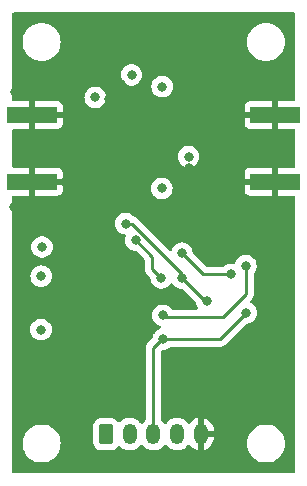
<source format=gbr>
%TF.GenerationSoftware,KiCad,Pcbnew,(6.0.1)*%
%TF.CreationDate,2022-02-11T18:20:56+00:00*%
%TF.ProjectId,PE4302,50453433-3032-42e6-9b69-6361645f7063,rev?*%
%TF.SameCoordinates,Original*%
%TF.FileFunction,Copper,L4,Bot*%
%TF.FilePolarity,Positive*%
%FSLAX46Y46*%
G04 Gerber Fmt 4.6, Leading zero omitted, Abs format (unit mm)*
G04 Created by KiCad (PCBNEW (6.0.1)) date 2022-02-11 18:20:56*
%MOMM*%
%LPD*%
G01*
G04 APERTURE LIST*
G04 Aperture macros list*
%AMRoundRect*
0 Rectangle with rounded corners*
0 $1 Rounding radius*
0 $2 $3 $4 $5 $6 $7 $8 $9 X,Y pos of 4 corners*
0 Add a 4 corners polygon primitive as box body*
4,1,4,$2,$3,$4,$5,$6,$7,$8,$9,$2,$3,0*
0 Add four circle primitives for the rounded corners*
1,1,$1+$1,$2,$3*
1,1,$1+$1,$4,$5*
1,1,$1+$1,$6,$7*
1,1,$1+$1,$8,$9*
0 Add four rect primitives between the rounded corners*
20,1,$1+$1,$2,$3,$4,$5,0*
20,1,$1+$1,$4,$5,$6,$7,0*
20,1,$1+$1,$6,$7,$8,$9,0*
20,1,$1+$1,$8,$9,$2,$3,0*%
G04 Aperture macros list end*
%TA.AperFunction,SMDPad,CuDef*%
%ADD10R,4.200000X1.350000*%
%TD*%
%TA.AperFunction,ComponentPad*%
%ADD11RoundRect,0.250000X-0.350000X-0.625000X0.350000X-0.625000X0.350000X0.625000X-0.350000X0.625000X0*%
%TD*%
%TA.AperFunction,ComponentPad*%
%ADD12O,1.200000X1.750000*%
%TD*%
%TA.AperFunction,ViaPad*%
%ADD13C,0.800000*%
%TD*%
%TA.AperFunction,Conductor*%
%ADD14C,0.293000*%
%TD*%
%TA.AperFunction,Conductor*%
%ADD15C,0.250000*%
%TD*%
G04 APERTURE END LIST*
D10*
%TO.P,J2,2,Ext*%
%TO.N,GND*%
X122800000Y-109175000D03*
X122800000Y-114825000D03*
%TD*%
D11*
%TO.P,J3,1,Pin_1*%
%TO.N,VDC*%
X108471200Y-136203600D03*
D12*
%TO.P,J3,2,Pin_2*%
%TO.N,Net-(J3-Pad2)*%
X110471200Y-136203600D03*
%TO.P,J3,3,Pin_3*%
%TO.N,Net-(J3-Pad3)*%
X112471200Y-136203600D03*
%TO.P,J3,4,Pin_4*%
%TO.N,Net-(J3-Pad4)*%
X114471200Y-136203600D03*
%TO.P,J3,5,Pin_5*%
%TO.N,GND*%
X116471200Y-136203600D03*
%TD*%
D10*
%TO.P,J1,2,Ext*%
%TO.N,GND*%
X102200000Y-114825000D03*
X102200000Y-109175000D03*
%TD*%
D13*
%TO.N,Net-(J3-Pad2)*%
X113263375Y-126155914D03*
X120294400Y-121945400D03*
%TO.N,Net-(J3-Pad3)*%
X113309400Y-128143000D03*
X120319800Y-125933200D03*
%TO.N,Net-(Q1-Pad2)*%
X110998000Y-119786400D03*
X113131600Y-122986800D03*
%TO.N,Net-(Q3-Pad2)*%
X114875414Y-120887910D03*
X119049800Y-122691400D03*
%TO.N,GND*%
X100761800Y-107238800D03*
X118897400Y-113411000D03*
X116408200Y-114681000D03*
X109702600Y-106553000D03*
X117424200Y-110667800D03*
X122199400Y-116535200D03*
X119684800Y-114782600D03*
X101930200Y-132130800D03*
X106095800Y-107797600D03*
X118338600Y-116560600D03*
X120345200Y-113157000D03*
X104089200Y-116967000D03*
X117017800Y-107848400D03*
X117398800Y-113487200D03*
X103936800Y-107213400D03*
X118795800Y-107492800D03*
X115646200Y-110871000D03*
X122301000Y-107416600D03*
X123875800Y-107391200D03*
X107721400Y-110591600D03*
X106908600Y-133096000D03*
X122885200Y-126009400D03*
X105740200Y-116205000D03*
X112039400Y-117754400D03*
X100685600Y-116941600D03*
X105232200Y-109194600D03*
X120345200Y-116560600D03*
X122783600Y-131876800D03*
X108686600Y-107797600D03*
X118897400Y-110744000D03*
X101676200Y-125196600D03*
X122834400Y-119735600D03*
X107975400Y-122707400D03*
X110134400Y-109601000D03*
X104876600Y-113309400D03*
X116357400Y-133299200D03*
X120675400Y-107442000D03*
X117779800Y-115290600D03*
X102311200Y-107238800D03*
X104800400Y-110845600D03*
X114604800Y-106603800D03*
X116459000Y-109448600D03*
X119684800Y-109220000D03*
X123952000Y-116535200D03*
X118059200Y-109169200D03*
X104978200Y-114858800D03*
X120345200Y-110769400D03*
X101295200Y-119837200D03*
X102362000Y-116967000D03*
X111607600Y-106527600D03*
X107670600Y-116535200D03*
X114445669Y-109809288D03*
X115469078Y-113716362D03*
X105537000Y-126390400D03*
X107670600Y-113411000D03*
%TO.N,VCC*%
X103032600Y-120360400D03*
X102946200Y-127355600D03*
X113174820Y-115401648D03*
X102971600Y-122834400D03*
X107543600Y-107696000D03*
X113207800Y-106781600D03*
X110617000Y-105791000D03*
X115443000Y-112717200D03*
%TO.N,Net-(Q2-Pad2)*%
X114858800Y-122986800D03*
X110109000Y-118389400D03*
X116967000Y-124968000D03*
%TD*%
D14*
%TO.N,Net-(J3-Pad2)*%
X120294400Y-121945400D02*
X120294400Y-124358400D01*
X120294400Y-124358400D02*
X118338600Y-126314200D01*
X118338600Y-126314200D02*
X113421661Y-126314200D01*
X113421661Y-126314200D02*
X113263375Y-126155914D01*
%TO.N,Net-(J3-Pad3)*%
X113309400Y-128143000D02*
X117983000Y-128143000D01*
X112471200Y-136203600D02*
X112471200Y-128905000D01*
X117983000Y-128143000D02*
X118110000Y-128143000D01*
X113233200Y-128143000D02*
X113309400Y-128143000D01*
X112471200Y-128905000D02*
X113233200Y-128143000D01*
X118110000Y-128143000D02*
X120319800Y-125933200D01*
D15*
%TO.N,Net-(Q1-Pad2)*%
X110998000Y-119786400D02*
X112381689Y-121170089D01*
X112381689Y-121170089D02*
X112381689Y-122236889D01*
X112381689Y-122236889D02*
X113131600Y-122986800D01*
D14*
%TO.N,Net-(Q3-Pad2)*%
X116678904Y-122691400D02*
X119049800Y-122691400D01*
X114875414Y-120887910D02*
X116678904Y-122691400D01*
D15*
%TO.N,Net-(Q2-Pad2)*%
X110625614Y-118389400D02*
X114833400Y-122597186D01*
X116840000Y-124968000D02*
X116967000Y-124968000D01*
X114858800Y-122986800D02*
X116840000Y-124968000D01*
X114858800Y-122622586D02*
X114858800Y-122986800D01*
X110109000Y-118389400D02*
X110625614Y-118389400D01*
X114833400Y-122597186D02*
X114858800Y-122622586D01*
%TD*%
%TA.AperFunction,Conductor*%
%TO.N,GND*%
G36*
X124434121Y-100528002D02*
G01*
X124480614Y-100581658D01*
X124492000Y-100634000D01*
X124492000Y-107866000D01*
X124471998Y-107934121D01*
X124418342Y-107980614D01*
X124366000Y-107992000D01*
X123072115Y-107992000D01*
X123056876Y-107996475D01*
X123055671Y-107997865D01*
X123054000Y-108005548D01*
X123054000Y-110339884D01*
X123058475Y-110355123D01*
X123059865Y-110356328D01*
X123067548Y-110357999D01*
X124366000Y-110357999D01*
X124434121Y-110378001D01*
X124480614Y-110431657D01*
X124492000Y-110483999D01*
X124492000Y-113516000D01*
X124471998Y-113584121D01*
X124418342Y-113630614D01*
X124366000Y-113642000D01*
X123072115Y-113642000D01*
X123056876Y-113646475D01*
X123055671Y-113647865D01*
X123054000Y-113655548D01*
X123054000Y-115989884D01*
X123058475Y-116005123D01*
X123059865Y-116006328D01*
X123067548Y-116007999D01*
X124366000Y-116007999D01*
X124434121Y-116028001D01*
X124480614Y-116081657D01*
X124492000Y-116133999D01*
X124492000Y-139366000D01*
X124471998Y-139434121D01*
X124418342Y-139480614D01*
X124366000Y-139492000D01*
X100634000Y-139492000D01*
X100565879Y-139471998D01*
X100519386Y-139418342D01*
X100508000Y-139366000D01*
X100508000Y-137000000D01*
X101386526Y-137000000D01*
X101406391Y-137252403D01*
X101407545Y-137257210D01*
X101407546Y-137257216D01*
X101437219Y-137380812D01*
X101465495Y-137498591D01*
X101467388Y-137503162D01*
X101467389Y-137503164D01*
X101503695Y-137590813D01*
X101562384Y-137732502D01*
X101694672Y-137948376D01*
X101859102Y-138140898D01*
X102051624Y-138305328D01*
X102267498Y-138437616D01*
X102272068Y-138439509D01*
X102272072Y-138439511D01*
X102496836Y-138532611D01*
X102501409Y-138534505D01*
X102586032Y-138554821D01*
X102742784Y-138592454D01*
X102742790Y-138592455D01*
X102747597Y-138593609D01*
X102847416Y-138601465D01*
X102934345Y-138608307D01*
X102934352Y-138608307D01*
X102936801Y-138608500D01*
X103063199Y-138608500D01*
X103065648Y-138608307D01*
X103065655Y-138608307D01*
X103152584Y-138601465D01*
X103252403Y-138593609D01*
X103257210Y-138592455D01*
X103257216Y-138592454D01*
X103413968Y-138554821D01*
X103498591Y-138534505D01*
X103503164Y-138532611D01*
X103727928Y-138439511D01*
X103727932Y-138439509D01*
X103732502Y-138437616D01*
X103948376Y-138305328D01*
X104140898Y-138140898D01*
X104305328Y-137948376D01*
X104437616Y-137732502D01*
X104496306Y-137590813D01*
X104532611Y-137503164D01*
X104532612Y-137503162D01*
X104534505Y-137498591D01*
X104562781Y-137380812D01*
X104592454Y-137257216D01*
X104592455Y-137257210D01*
X104593609Y-137252403D01*
X104613474Y-137000000D01*
X104603951Y-136879000D01*
X107362700Y-136879000D01*
X107373674Y-136984766D01*
X107375855Y-136991302D01*
X107375855Y-136991304D01*
X107377375Y-136995859D01*
X107429650Y-137152546D01*
X107522722Y-137302948D01*
X107647897Y-137427905D01*
X107654127Y-137431745D01*
X107654128Y-137431746D01*
X107791290Y-137516294D01*
X107798462Y-137520715D01*
X107835142Y-137532881D01*
X107959811Y-137574232D01*
X107959813Y-137574232D01*
X107966339Y-137576397D01*
X107973175Y-137577097D01*
X107973178Y-137577098D01*
X108011586Y-137581033D01*
X108070800Y-137587100D01*
X108871600Y-137587100D01*
X108874846Y-137586763D01*
X108874850Y-137586763D01*
X108970508Y-137576838D01*
X108970512Y-137576837D01*
X108977366Y-137576126D01*
X108983902Y-137573945D01*
X108983904Y-137573945D01*
X109120067Y-137528517D01*
X109145146Y-137520150D01*
X109295548Y-137427078D01*
X109420505Y-137301903D01*
X109452275Y-137250364D01*
X109505046Y-137202871D01*
X109575118Y-137191447D01*
X109640242Y-137219721D01*
X109658618Y-137238645D01*
X109664804Y-137246520D01*
X109669335Y-137250452D01*
X109669338Y-137250455D01*
X109754820Y-137324632D01*
X109824563Y-137385152D01*
X109829749Y-137388152D01*
X109829753Y-137388155D01*
X109926157Y-137443926D01*
X110007654Y-137491073D01*
X110207471Y-137560461D01*
X110213406Y-137561322D01*
X110213408Y-137561322D01*
X110410864Y-137589952D01*
X110410867Y-137589952D01*
X110416804Y-137590813D01*
X110628099Y-137581033D01*
X110759277Y-137549419D01*
X110827901Y-137532881D01*
X110827903Y-137532880D01*
X110833734Y-137531475D01*
X110839192Y-137528993D01*
X110839196Y-137528992D01*
X110954241Y-137476684D01*
X111026287Y-137443926D01*
X111198811Y-137321546D01*
X111345081Y-137168750D01*
X111356324Y-137151338D01*
X111365946Y-137136437D01*
X111419701Y-137090060D01*
X111489997Y-137080107D01*
X111554514Y-137109739D01*
X111570881Y-137126951D01*
X111664804Y-137246520D01*
X111669335Y-137250452D01*
X111669338Y-137250455D01*
X111754820Y-137324632D01*
X111824563Y-137385152D01*
X111829749Y-137388152D01*
X111829753Y-137388155D01*
X111926157Y-137443926D01*
X112007654Y-137491073D01*
X112207471Y-137560461D01*
X112213406Y-137561322D01*
X112213408Y-137561322D01*
X112410864Y-137589952D01*
X112410867Y-137589952D01*
X112416804Y-137590813D01*
X112628099Y-137581033D01*
X112759277Y-137549419D01*
X112827901Y-137532881D01*
X112827903Y-137532880D01*
X112833734Y-137531475D01*
X112839192Y-137528993D01*
X112839196Y-137528992D01*
X112954241Y-137476684D01*
X113026287Y-137443926D01*
X113198811Y-137321546D01*
X113345081Y-137168750D01*
X113356324Y-137151338D01*
X113365946Y-137136437D01*
X113419701Y-137090060D01*
X113489997Y-137080107D01*
X113554514Y-137109739D01*
X113570881Y-137126951D01*
X113664804Y-137246520D01*
X113669335Y-137250452D01*
X113669338Y-137250455D01*
X113754820Y-137324632D01*
X113824563Y-137385152D01*
X113829749Y-137388152D01*
X113829753Y-137388155D01*
X113926157Y-137443926D01*
X114007654Y-137491073D01*
X114207471Y-137560461D01*
X114213406Y-137561322D01*
X114213408Y-137561322D01*
X114410864Y-137589952D01*
X114410867Y-137589952D01*
X114416804Y-137590813D01*
X114628099Y-137581033D01*
X114759277Y-137549419D01*
X114827901Y-137532881D01*
X114827903Y-137532880D01*
X114833734Y-137531475D01*
X114839192Y-137528993D01*
X114839196Y-137528992D01*
X114954241Y-137476684D01*
X115026287Y-137443926D01*
X115198811Y-137321546D01*
X115345081Y-137168750D01*
X115348330Y-137163719D01*
X115348335Y-137163712D01*
X115366233Y-137135993D01*
X115419989Y-137089616D01*
X115490285Y-137079663D01*
X115554802Y-137109296D01*
X115571170Y-137126509D01*
X115661462Y-137241457D01*
X115669699Y-137250106D01*
X115820323Y-137380812D01*
X115830047Y-137387747D01*
X116002667Y-137487610D01*
X116013531Y-137492584D01*
X116201927Y-137558007D01*
X116202916Y-137558248D01*
X116213208Y-137556780D01*
X116217200Y-137543215D01*
X116217200Y-137539002D01*
X116725200Y-137539002D01*
X116729173Y-137552533D01*
X116738599Y-137553888D01*
X116827737Y-137532406D01*
X116839032Y-137528517D01*
X117020582Y-137445971D01*
X117030924Y-137440024D01*
X117193597Y-137324632D01*
X117202625Y-137316839D01*
X117340542Y-137172769D01*
X117347938Y-137163404D01*
X117453447Y-137000000D01*
X120386526Y-137000000D01*
X120406391Y-137252403D01*
X120407545Y-137257210D01*
X120407546Y-137257216D01*
X120437219Y-137380812D01*
X120465495Y-137498591D01*
X120467388Y-137503162D01*
X120467389Y-137503164D01*
X120503695Y-137590813D01*
X120562384Y-137732502D01*
X120694672Y-137948376D01*
X120859102Y-138140898D01*
X121051624Y-138305328D01*
X121267498Y-138437616D01*
X121272068Y-138439509D01*
X121272072Y-138439511D01*
X121496836Y-138532611D01*
X121501409Y-138534505D01*
X121586032Y-138554821D01*
X121742784Y-138592454D01*
X121742790Y-138592455D01*
X121747597Y-138593609D01*
X121847416Y-138601465D01*
X121934345Y-138608307D01*
X121934352Y-138608307D01*
X121936801Y-138608500D01*
X122063199Y-138608500D01*
X122065648Y-138608307D01*
X122065655Y-138608307D01*
X122152584Y-138601465D01*
X122252403Y-138593609D01*
X122257210Y-138592455D01*
X122257216Y-138592454D01*
X122413968Y-138554821D01*
X122498591Y-138534505D01*
X122503164Y-138532611D01*
X122727928Y-138439511D01*
X122727932Y-138439509D01*
X122732502Y-138437616D01*
X122948376Y-138305328D01*
X123140898Y-138140898D01*
X123305328Y-137948376D01*
X123437616Y-137732502D01*
X123496306Y-137590813D01*
X123532611Y-137503164D01*
X123532612Y-137503162D01*
X123534505Y-137498591D01*
X123562781Y-137380812D01*
X123592454Y-137257216D01*
X123592455Y-137257210D01*
X123593609Y-137252403D01*
X123613474Y-137000000D01*
X123593609Y-136747597D01*
X123534505Y-136501409D01*
X123523862Y-136475715D01*
X123439511Y-136272072D01*
X123439509Y-136272068D01*
X123437616Y-136267498D01*
X123305328Y-136051624D01*
X123140898Y-135859102D01*
X122948376Y-135694672D01*
X122732502Y-135562384D01*
X122727932Y-135560491D01*
X122727928Y-135560489D01*
X122503164Y-135467389D01*
X122503162Y-135467388D01*
X122498591Y-135465495D01*
X122413968Y-135445179D01*
X122257216Y-135407546D01*
X122257210Y-135407545D01*
X122252403Y-135406391D01*
X122152584Y-135398535D01*
X122065655Y-135391693D01*
X122065648Y-135391693D01*
X122063199Y-135391500D01*
X121936801Y-135391500D01*
X121934352Y-135391693D01*
X121934345Y-135391693D01*
X121847416Y-135398535D01*
X121747597Y-135406391D01*
X121742790Y-135407545D01*
X121742784Y-135407546D01*
X121586032Y-135445179D01*
X121501409Y-135465495D01*
X121496838Y-135467388D01*
X121496836Y-135467389D01*
X121272072Y-135560489D01*
X121272068Y-135560491D01*
X121267498Y-135562384D01*
X121051624Y-135694672D01*
X120859102Y-135859102D01*
X120694672Y-136051624D01*
X120562384Y-136267498D01*
X120560491Y-136272068D01*
X120560489Y-136272072D01*
X120476138Y-136475715D01*
X120465495Y-136501409D01*
X120406391Y-136747597D01*
X120386526Y-137000000D01*
X117453447Y-137000000D01*
X117456121Y-136995859D01*
X117461617Y-136985255D01*
X117536161Y-136800288D01*
X117539555Y-136788830D01*
X117578057Y-136591672D01*
X117579134Y-136582809D01*
X117579200Y-136580100D01*
X117579200Y-136475715D01*
X117574725Y-136460476D01*
X117573335Y-136459271D01*
X117565652Y-136457600D01*
X116743315Y-136457600D01*
X116728076Y-136462075D01*
X116726871Y-136463465D01*
X116725200Y-136471148D01*
X116725200Y-137539002D01*
X116217200Y-137539002D01*
X116217200Y-135931485D01*
X116725200Y-135931485D01*
X116729675Y-135946724D01*
X116731065Y-135947929D01*
X116738748Y-135949600D01*
X117561085Y-135949600D01*
X117576324Y-135945125D01*
X117577529Y-135943735D01*
X117579200Y-135936052D01*
X117579200Y-135878768D01*
X117578915Y-135872792D01*
X117564729Y-135724106D01*
X117562470Y-135712372D01*
X117506328Y-135521001D01*
X117501898Y-135509925D01*
X117410581Y-135332622D01*
X117404131Y-135322576D01*
X117280938Y-135165743D01*
X117272701Y-135157094D01*
X117122077Y-135026388D01*
X117112353Y-135019453D01*
X116939733Y-134919590D01*
X116928869Y-134914616D01*
X116740473Y-134849193D01*
X116739484Y-134848952D01*
X116729192Y-134850420D01*
X116725200Y-134863985D01*
X116725200Y-135931485D01*
X116217200Y-135931485D01*
X116217200Y-134868198D01*
X116213227Y-134854667D01*
X116203801Y-134853312D01*
X116114663Y-134874794D01*
X116103368Y-134878683D01*
X115921818Y-134961229D01*
X115911476Y-134967176D01*
X115748803Y-135082568D01*
X115739775Y-135090361D01*
X115601858Y-135234431D01*
X115594459Y-135243800D01*
X115576782Y-135271177D01*
X115523028Y-135317555D01*
X115452732Y-135327509D01*
X115388215Y-135297878D01*
X115371844Y-135280663D01*
X115364067Y-135270763D01*
X115277596Y-135160680D01*
X115273065Y-135156748D01*
X115273062Y-135156745D01*
X115122367Y-135025979D01*
X115117837Y-135022048D01*
X115112651Y-135019048D01*
X115112647Y-135019045D01*
X114939942Y-134919133D01*
X114934746Y-134916127D01*
X114734929Y-134846739D01*
X114728994Y-134845878D01*
X114728992Y-134845878D01*
X114531536Y-134817248D01*
X114531533Y-134817248D01*
X114525596Y-134816387D01*
X114314301Y-134826167D01*
X114201666Y-134853312D01*
X114114499Y-134874319D01*
X114114497Y-134874320D01*
X114108666Y-134875725D01*
X114103208Y-134878207D01*
X114103204Y-134878208D01*
X114012190Y-134919590D01*
X113916113Y-134963274D01*
X113743589Y-135085654D01*
X113597319Y-135238450D01*
X113594066Y-135243488D01*
X113576454Y-135270763D01*
X113522699Y-135317140D01*
X113452403Y-135327093D01*
X113387886Y-135297461D01*
X113371517Y-135280247D01*
X113364393Y-135271177D01*
X113335284Y-135234120D01*
X113281302Y-135165397D01*
X113281298Y-135165393D01*
X113277596Y-135160680D01*
X113273062Y-135156745D01*
X113169619Y-135066982D01*
X113131279Y-135007229D01*
X113126200Y-134971817D01*
X113126200Y-129228500D01*
X113146202Y-129160379D01*
X113163105Y-129139405D01*
X113214105Y-129088405D01*
X113276417Y-129054379D01*
X113303200Y-129051500D01*
X113404887Y-129051500D01*
X113411339Y-129050128D01*
X113411344Y-129050128D01*
X113498288Y-129031647D01*
X113591688Y-129011794D01*
X113597719Y-129009109D01*
X113760122Y-128936803D01*
X113760124Y-128936802D01*
X113766152Y-128934118D01*
X113920381Y-128822064D01*
X113987247Y-128798206D01*
X113994441Y-128798000D01*
X118028410Y-128798000D01*
X118040166Y-128798554D01*
X118047869Y-128800276D01*
X118055795Y-128800027D01*
X118055796Y-128800027D01*
X118118323Y-128798062D01*
X118122281Y-128798000D01*
X118151209Y-128798000D01*
X118155134Y-128797504D01*
X118155137Y-128797504D01*
X118155357Y-128797476D01*
X118155549Y-128797452D01*
X118167382Y-128796520D01*
X118213279Y-128795078D01*
X118233719Y-128789140D01*
X118253077Y-128785131D01*
X118274187Y-128782464D01*
X118316886Y-128765559D01*
X118328098Y-128761721D01*
X118364583Y-128751120D01*
X118364585Y-128751119D01*
X118372199Y-128748907D01*
X118390520Y-128738072D01*
X118408268Y-128729378D01*
X118428057Y-128721543D01*
X118465202Y-128694555D01*
X118475126Y-128688036D01*
X118507819Y-128668702D01*
X118507820Y-128668701D01*
X118514645Y-128664665D01*
X118529688Y-128649622D01*
X118544721Y-128636781D01*
X118555532Y-128628926D01*
X118561942Y-128624269D01*
X118591211Y-128588889D01*
X118599200Y-128580110D01*
X120300705Y-126878605D01*
X120363017Y-126844579D01*
X120389800Y-126841700D01*
X120415287Y-126841700D01*
X120421739Y-126840328D01*
X120421744Y-126840328D01*
X120508687Y-126821847D01*
X120602088Y-126801994D01*
X120608119Y-126799309D01*
X120770522Y-126727003D01*
X120770524Y-126727002D01*
X120776552Y-126724318D01*
X120931053Y-126612066D01*
X120973898Y-126564482D01*
X121054421Y-126475052D01*
X121054422Y-126475051D01*
X121058840Y-126470144D01*
X121154327Y-126304756D01*
X121213342Y-126123128D01*
X121233304Y-125933200D01*
X121213342Y-125743272D01*
X121154327Y-125561644D01*
X121058840Y-125396256D01*
X120931053Y-125254334D01*
X120776552Y-125142082D01*
X120770526Y-125139399D01*
X120770519Y-125139395D01*
X120709106Y-125112053D01*
X120655010Y-125066073D01*
X120634360Y-124998146D01*
X120653712Y-124929838D01*
X120671259Y-124907851D01*
X120699861Y-124879249D01*
X120708571Y-124871323D01*
X120715231Y-124867097D01*
X120763483Y-124815714D01*
X120766238Y-124812872D01*
X120786694Y-124792416D01*
X120789379Y-124788955D01*
X120797087Y-124779931D01*
X120823089Y-124752241D01*
X120823091Y-124752238D01*
X120828518Y-124746459D01*
X120838769Y-124727813D01*
X120849622Y-124711290D01*
X120857814Y-124700729D01*
X120857815Y-124700727D01*
X120862667Y-124694472D01*
X120880905Y-124652328D01*
X120886120Y-124641682D01*
X120908244Y-124601438D01*
X120910215Y-124593761D01*
X120910217Y-124593756D01*
X120913535Y-124580831D01*
X120919941Y-124562119D01*
X120925245Y-124549862D01*
X120928392Y-124542591D01*
X120935576Y-124497231D01*
X120937980Y-124485623D01*
X120949400Y-124441146D01*
X120949400Y-124419866D01*
X120950951Y-124400156D01*
X120953040Y-124386966D01*
X120954280Y-124379137D01*
X120949959Y-124333425D01*
X120949400Y-124321568D01*
X120949400Y-122624046D01*
X120969402Y-122555925D01*
X120981764Y-122539736D01*
X121029021Y-122487252D01*
X121029022Y-122487251D01*
X121033440Y-122482344D01*
X121128927Y-122316956D01*
X121187942Y-122135328D01*
X121197209Y-122047163D01*
X121207214Y-121951965D01*
X121207904Y-121945400D01*
X121205999Y-121927272D01*
X121188632Y-121762035D01*
X121188632Y-121762033D01*
X121187942Y-121755472D01*
X121128927Y-121573844D01*
X121033440Y-121408456D01*
X121021856Y-121395590D01*
X120910075Y-121271445D01*
X120910074Y-121271444D01*
X120905653Y-121266534D01*
X120751152Y-121154282D01*
X120745124Y-121151598D01*
X120745122Y-121151597D01*
X120582719Y-121079291D01*
X120582718Y-121079291D01*
X120576688Y-121076606D01*
X120483287Y-121056753D01*
X120396344Y-121038272D01*
X120396339Y-121038272D01*
X120389887Y-121036900D01*
X120198913Y-121036900D01*
X120192461Y-121038272D01*
X120192456Y-121038272D01*
X120105513Y-121056753D01*
X120012112Y-121076606D01*
X120006082Y-121079291D01*
X120006081Y-121079291D01*
X119843678Y-121151597D01*
X119843676Y-121151598D01*
X119837648Y-121154282D01*
X119683147Y-121266534D01*
X119678726Y-121271444D01*
X119678725Y-121271445D01*
X119566945Y-121395590D01*
X119555360Y-121408456D01*
X119459873Y-121573844D01*
X119457831Y-121580129D01*
X119411070Y-121724043D01*
X119370996Y-121782649D01*
X119305600Y-121810286D01*
X119265040Y-121808354D01*
X119151744Y-121784272D01*
X119151739Y-121784272D01*
X119145287Y-121782900D01*
X118954313Y-121782900D01*
X118947861Y-121784272D01*
X118947856Y-121784272D01*
X118860913Y-121802753D01*
X118767512Y-121822606D01*
X118761482Y-121825291D01*
X118761481Y-121825291D01*
X118599078Y-121897597D01*
X118599076Y-121897598D01*
X118593048Y-121900282D01*
X118587707Y-121904162D01*
X118587706Y-121904163D01*
X118438820Y-122012336D01*
X118371953Y-122036194D01*
X118364759Y-122036400D01*
X117002404Y-122036400D01*
X116934283Y-122016398D01*
X116913309Y-121999495D01*
X115818965Y-120905151D01*
X115784939Y-120842839D01*
X115782750Y-120829226D01*
X115769646Y-120704545D01*
X115769646Y-120704543D01*
X115768956Y-120697982D01*
X115709941Y-120516354D01*
X115614454Y-120350966D01*
X115486667Y-120209044D01*
X115332166Y-120096792D01*
X115326138Y-120094108D01*
X115326136Y-120094107D01*
X115163733Y-120021801D01*
X115163732Y-120021801D01*
X115157702Y-120019116D01*
X115044853Y-119995129D01*
X114977358Y-119980782D01*
X114977353Y-119980782D01*
X114970901Y-119979410D01*
X114779927Y-119979410D01*
X114773475Y-119980782D01*
X114773470Y-119980782D01*
X114705975Y-119995129D01*
X114593126Y-120019116D01*
X114587096Y-120021801D01*
X114587095Y-120021801D01*
X114424692Y-120094107D01*
X114424690Y-120094108D01*
X114418662Y-120096792D01*
X114264161Y-120209044D01*
X114136374Y-120350966D01*
X114040887Y-120516354D01*
X114021014Y-120577518D01*
X114008190Y-120616985D01*
X113968117Y-120675591D01*
X113902720Y-120703228D01*
X113832763Y-120691121D01*
X113799262Y-120667144D01*
X112503677Y-119371558D01*
X111129266Y-117997147D01*
X111121726Y-117988861D01*
X111117614Y-117982382D01*
X111067962Y-117935756D01*
X111065121Y-117933002D01*
X111045384Y-117913265D01*
X111042187Y-117910785D01*
X111033165Y-117903080D01*
X111006714Y-117878241D01*
X111000935Y-117872814D01*
X110993989Y-117868995D01*
X110993986Y-117868993D01*
X110983180Y-117863052D01*
X110966661Y-117852201D01*
X110960662Y-117847548D01*
X110950655Y-117839786D01*
X110943386Y-117836641D01*
X110943382Y-117836638D01*
X110910077Y-117822226D01*
X110899427Y-117817009D01*
X110860674Y-117795705D01*
X110841051Y-117790667D01*
X110822348Y-117784263D01*
X110811041Y-117779370D01*
X110811040Y-117779370D01*
X110803759Y-117776219D01*
X110803517Y-117776181D01*
X110748012Y-117741363D01*
X110724668Y-117715437D01*
X110724667Y-117715436D01*
X110720253Y-117710534D01*
X110565752Y-117598282D01*
X110559724Y-117595598D01*
X110559722Y-117595597D01*
X110397319Y-117523291D01*
X110397318Y-117523291D01*
X110391288Y-117520606D01*
X110297887Y-117500753D01*
X110210944Y-117482272D01*
X110210939Y-117482272D01*
X110204487Y-117480900D01*
X110013513Y-117480900D01*
X110007061Y-117482272D01*
X110007056Y-117482272D01*
X109920113Y-117500753D01*
X109826712Y-117520606D01*
X109820682Y-117523291D01*
X109820681Y-117523291D01*
X109658278Y-117595597D01*
X109658276Y-117595598D01*
X109652248Y-117598282D01*
X109497747Y-117710534D01*
X109493326Y-117715444D01*
X109493325Y-117715445D01*
X109384203Y-117836638D01*
X109369960Y-117852456D01*
X109274473Y-118017844D01*
X109215458Y-118199472D01*
X109195496Y-118389400D01*
X109215458Y-118579328D01*
X109274473Y-118760956D01*
X109369960Y-118926344D01*
X109497747Y-119068266D01*
X109652248Y-119180518D01*
X109658276Y-119183202D01*
X109658278Y-119183203D01*
X109820681Y-119255509D01*
X109826712Y-119258194D01*
X109920113Y-119278047D01*
X110007056Y-119296528D01*
X110007061Y-119296528D01*
X110013513Y-119297900D01*
X110028046Y-119297900D01*
X110096167Y-119317902D01*
X110142660Y-119371558D01*
X110152764Y-119441832D01*
X110147879Y-119462836D01*
X110104458Y-119596472D01*
X110103768Y-119603033D01*
X110103768Y-119603035D01*
X110085186Y-119779835D01*
X110084496Y-119786400D01*
X110104458Y-119976328D01*
X110163473Y-120157956D01*
X110166776Y-120163678D01*
X110166777Y-120163679D01*
X110170699Y-120170472D01*
X110258960Y-120323344D01*
X110386747Y-120465266D01*
X110541248Y-120577518D01*
X110547276Y-120580202D01*
X110547278Y-120580203D01*
X110709681Y-120652509D01*
X110715712Y-120655194D01*
X110809113Y-120675047D01*
X110896056Y-120693528D01*
X110896061Y-120693528D01*
X110902513Y-120694900D01*
X110958405Y-120694900D01*
X111026526Y-120714902D01*
X111047501Y-120731805D01*
X111711285Y-121395590D01*
X111745310Y-121457902D01*
X111748189Y-121484685D01*
X111748189Y-122158122D01*
X111747662Y-122169305D01*
X111745987Y-122176798D01*
X111746236Y-122184724D01*
X111746236Y-122184725D01*
X111748127Y-122244875D01*
X111748189Y-122248834D01*
X111748189Y-122276745D01*
X111748686Y-122280679D01*
X111748686Y-122280680D01*
X111748694Y-122280745D01*
X111749627Y-122292582D01*
X111751016Y-122336778D01*
X111756667Y-122356228D01*
X111760676Y-122375589D01*
X111763215Y-122395686D01*
X111766134Y-122403057D01*
X111766134Y-122403059D01*
X111779493Y-122436801D01*
X111783338Y-122448031D01*
X111793307Y-122482344D01*
X111795671Y-122490482D01*
X111799704Y-122497301D01*
X111799706Y-122497306D01*
X111805982Y-122507917D01*
X111814677Y-122525665D01*
X111822137Y-122544506D01*
X111826799Y-122550922D01*
X111826799Y-122550923D01*
X111848125Y-122580276D01*
X111854641Y-122590196D01*
X111877147Y-122628251D01*
X111891468Y-122642572D01*
X111904308Y-122657605D01*
X111916217Y-122673996D01*
X111922323Y-122679047D01*
X111950294Y-122702187D01*
X111959073Y-122710177D01*
X112184478Y-122935582D01*
X112218504Y-122997894D01*
X112220693Y-123011507D01*
X112236492Y-123161824D01*
X112238058Y-123176728D01*
X112297073Y-123358356D01*
X112300376Y-123364078D01*
X112300377Y-123364079D01*
X112307405Y-123376252D01*
X112392560Y-123523744D01*
X112396978Y-123528651D01*
X112396979Y-123528652D01*
X112486615Y-123628203D01*
X112520347Y-123665666D01*
X112674848Y-123777918D01*
X112680876Y-123780602D01*
X112680878Y-123780603D01*
X112843281Y-123852909D01*
X112849312Y-123855594D01*
X112942712Y-123875447D01*
X113029656Y-123893928D01*
X113029661Y-123893928D01*
X113036113Y-123895300D01*
X113227087Y-123895300D01*
X113233539Y-123893928D01*
X113233544Y-123893928D01*
X113320488Y-123875447D01*
X113413888Y-123855594D01*
X113419919Y-123852909D01*
X113582322Y-123780603D01*
X113582324Y-123780602D01*
X113588352Y-123777918D01*
X113742853Y-123665666D01*
X113776585Y-123628203D01*
X113866221Y-123528652D01*
X113866222Y-123528651D01*
X113870640Y-123523744D01*
X113886082Y-123496999D01*
X113937463Y-123448006D01*
X114007176Y-123434569D01*
X114073087Y-123460956D01*
X114104318Y-123496998D01*
X114119760Y-123523744D01*
X114124178Y-123528651D01*
X114124179Y-123528652D01*
X114213815Y-123628203D01*
X114247547Y-123665666D01*
X114402048Y-123777918D01*
X114408076Y-123780602D01*
X114408078Y-123780603D01*
X114570481Y-123852909D01*
X114576512Y-123855594D01*
X114669912Y-123875447D01*
X114756856Y-123893928D01*
X114756861Y-123893928D01*
X114763313Y-123895300D01*
X114819206Y-123895300D01*
X114887327Y-123915302D01*
X114908301Y-123932205D01*
X116034794Y-125058699D01*
X116068820Y-125121011D01*
X116071009Y-125134622D01*
X116073458Y-125157928D01*
X116132473Y-125339556D01*
X116135776Y-125345278D01*
X116135777Y-125345279D01*
X116207901Y-125470200D01*
X116224639Y-125539195D01*
X116201419Y-125606287D01*
X116145612Y-125650174D01*
X116098782Y-125659200D01*
X114094736Y-125659200D01*
X114026615Y-125639198D01*
X114001100Y-125617510D01*
X113997996Y-125614062D01*
X113874628Y-125477048D01*
X113720127Y-125364796D01*
X113714099Y-125362112D01*
X113714097Y-125362111D01*
X113551694Y-125289805D01*
X113551693Y-125289805D01*
X113545663Y-125287120D01*
X113452263Y-125267267D01*
X113365319Y-125248786D01*
X113365314Y-125248786D01*
X113358862Y-125247414D01*
X113167888Y-125247414D01*
X113161436Y-125248786D01*
X113161431Y-125248786D01*
X113074487Y-125267267D01*
X112981087Y-125287120D01*
X112975057Y-125289805D01*
X112975056Y-125289805D01*
X112812653Y-125362111D01*
X112812651Y-125362112D01*
X112806623Y-125364796D01*
X112652122Y-125477048D01*
X112647701Y-125481958D01*
X112647700Y-125481959D01*
X112575952Y-125561644D01*
X112524335Y-125618970D01*
X112428848Y-125784358D01*
X112369833Y-125965986D01*
X112349871Y-126155914D01*
X112369833Y-126345842D01*
X112428848Y-126527470D01*
X112524335Y-126692858D01*
X112652122Y-126834780D01*
X112806623Y-126947032D01*
X112812651Y-126949716D01*
X112812653Y-126949717D01*
X112903870Y-126990329D01*
X112981087Y-127024708D01*
X112987542Y-127026080D01*
X112987545Y-127026081D01*
X113014499Y-127031810D01*
X113076973Y-127065538D01*
X113111295Y-127127687D01*
X113106567Y-127198527D01*
X113064292Y-127255564D01*
X113029540Y-127273690D01*
X113027112Y-127274206D01*
X112959278Y-127304407D01*
X112858678Y-127349197D01*
X112858676Y-127349198D01*
X112852648Y-127351882D01*
X112847307Y-127355762D01*
X112847306Y-127355763D01*
X112797243Y-127392136D01*
X112698147Y-127464134D01*
X112693726Y-127469044D01*
X112693725Y-127469045D01*
X112624860Y-127545528D01*
X112570360Y-127606056D01*
X112567059Y-127611774D01*
X112497139Y-127732879D01*
X112474873Y-127771444D01*
X112415858Y-127953072D01*
X112415168Y-127959635D01*
X112415168Y-127959636D01*
X112411013Y-127999167D01*
X112383999Y-128064824D01*
X112374799Y-128075091D01*
X112065735Y-128384156D01*
X112057033Y-128392075D01*
X112050369Y-128396303D01*
X112002117Y-128447686D01*
X111999362Y-128450528D01*
X111978906Y-128470984D01*
X111976482Y-128474109D01*
X111976480Y-128474111D01*
X111976222Y-128474444D01*
X111968513Y-128483469D01*
X111942511Y-128511159D01*
X111942509Y-128511162D01*
X111937082Y-128516941D01*
X111933264Y-128523885D01*
X111933263Y-128523887D01*
X111926831Y-128535587D01*
X111915978Y-128552110D01*
X111902933Y-128568928D01*
X111899787Y-128576198D01*
X111884695Y-128611072D01*
X111879480Y-128621718D01*
X111857356Y-128661962D01*
X111855385Y-128669639D01*
X111855383Y-128669644D01*
X111852065Y-128682569D01*
X111845660Y-128701278D01*
X111837208Y-128720809D01*
X111835969Y-128728633D01*
X111835968Y-128728636D01*
X111834473Y-128738075D01*
X111830467Y-128763375D01*
X111830025Y-128766164D01*
X111827620Y-128777777D01*
X111816200Y-128822254D01*
X111816200Y-128843534D01*
X111814649Y-128863244D01*
X111811320Y-128884263D01*
X111812066Y-128892155D01*
X111815641Y-128929974D01*
X111816200Y-128941832D01*
X111816200Y-134969044D01*
X111796198Y-135037165D01*
X111763099Y-135071814D01*
X111748479Y-135082184D01*
X111748471Y-135082191D01*
X111743589Y-135085654D01*
X111597319Y-135238450D01*
X111594066Y-135243488D01*
X111576454Y-135270763D01*
X111522699Y-135317140D01*
X111452403Y-135327093D01*
X111387886Y-135297461D01*
X111371517Y-135280247D01*
X111364393Y-135271177D01*
X111277596Y-135160680D01*
X111273065Y-135156748D01*
X111273062Y-135156745D01*
X111122367Y-135025979D01*
X111117837Y-135022048D01*
X111112651Y-135019048D01*
X111112647Y-135019045D01*
X110939942Y-134919133D01*
X110934746Y-134916127D01*
X110734929Y-134846739D01*
X110728994Y-134845878D01*
X110728992Y-134845878D01*
X110531536Y-134817248D01*
X110531533Y-134817248D01*
X110525596Y-134816387D01*
X110314301Y-134826167D01*
X110201666Y-134853312D01*
X110114499Y-134874319D01*
X110114497Y-134874320D01*
X110108666Y-134875725D01*
X110103208Y-134878207D01*
X110103204Y-134878208D01*
X110012190Y-134919590D01*
X109916113Y-134963274D01*
X109743589Y-135085654D01*
X109739447Y-135089981D01*
X109739441Y-135089986D01*
X109652394Y-135180917D01*
X109590839Y-135216294D01*
X109519930Y-135212775D01*
X109462179Y-135171479D01*
X109454232Y-135160091D01*
X109419678Y-135104252D01*
X109294503Y-134979295D01*
X109288272Y-134975454D01*
X109150168Y-134890325D01*
X109150166Y-134890324D01*
X109143938Y-134886485D01*
X109035205Y-134850420D01*
X108982589Y-134832968D01*
X108982587Y-134832968D01*
X108976061Y-134830803D01*
X108969225Y-134830103D01*
X108969222Y-134830102D01*
X108926169Y-134825691D01*
X108871600Y-134820100D01*
X108070800Y-134820100D01*
X108067554Y-134820437D01*
X108067550Y-134820437D01*
X107971892Y-134830362D01*
X107971888Y-134830363D01*
X107965034Y-134831074D01*
X107958498Y-134833255D01*
X107958496Y-134833255D01*
X107894317Y-134854667D01*
X107797254Y-134887050D01*
X107646852Y-134980122D01*
X107521895Y-135105297D01*
X107518055Y-135111527D01*
X107518054Y-135111528D01*
X107481100Y-135171479D01*
X107429085Y-135255862D01*
X107373403Y-135423739D01*
X107362700Y-135528200D01*
X107362700Y-136879000D01*
X104603951Y-136879000D01*
X104593609Y-136747597D01*
X104534505Y-136501409D01*
X104523862Y-136475715D01*
X104439511Y-136272072D01*
X104439509Y-136272068D01*
X104437616Y-136267498D01*
X104305328Y-136051624D01*
X104140898Y-135859102D01*
X103948376Y-135694672D01*
X103732502Y-135562384D01*
X103727932Y-135560491D01*
X103727928Y-135560489D01*
X103503164Y-135467389D01*
X103503162Y-135467388D01*
X103498591Y-135465495D01*
X103413968Y-135445179D01*
X103257216Y-135407546D01*
X103257210Y-135407545D01*
X103252403Y-135406391D01*
X103152584Y-135398535D01*
X103065655Y-135391693D01*
X103065648Y-135391693D01*
X103063199Y-135391500D01*
X102936801Y-135391500D01*
X102934352Y-135391693D01*
X102934345Y-135391693D01*
X102847416Y-135398535D01*
X102747597Y-135406391D01*
X102742790Y-135407545D01*
X102742784Y-135407546D01*
X102586032Y-135445179D01*
X102501409Y-135465495D01*
X102496838Y-135467388D01*
X102496836Y-135467389D01*
X102272072Y-135560489D01*
X102272068Y-135560491D01*
X102267498Y-135562384D01*
X102051624Y-135694672D01*
X101859102Y-135859102D01*
X101694672Y-136051624D01*
X101562384Y-136267498D01*
X101560491Y-136272068D01*
X101560489Y-136272072D01*
X101476138Y-136475715D01*
X101465495Y-136501409D01*
X101406391Y-136747597D01*
X101386526Y-137000000D01*
X100508000Y-137000000D01*
X100508000Y-127355600D01*
X102032696Y-127355600D01*
X102033386Y-127362165D01*
X102046612Y-127488000D01*
X102052658Y-127545528D01*
X102111673Y-127727156D01*
X102114976Y-127732878D01*
X102114977Y-127732879D01*
X102137243Y-127771444D01*
X102207160Y-127892544D01*
X102211578Y-127897451D01*
X102211579Y-127897452D01*
X102267570Y-127959636D01*
X102334947Y-128034466D01*
X102489448Y-128146718D01*
X102495476Y-128149402D01*
X102495478Y-128149403D01*
X102657881Y-128221709D01*
X102663912Y-128224394D01*
X102757312Y-128244247D01*
X102844256Y-128262728D01*
X102844261Y-128262728D01*
X102850713Y-128264100D01*
X103041687Y-128264100D01*
X103048139Y-128262728D01*
X103048144Y-128262728D01*
X103135088Y-128244247D01*
X103228488Y-128224394D01*
X103234519Y-128221709D01*
X103396922Y-128149403D01*
X103396924Y-128149402D01*
X103402952Y-128146718D01*
X103557453Y-128034466D01*
X103624830Y-127959636D01*
X103680821Y-127897452D01*
X103680822Y-127897451D01*
X103685240Y-127892544D01*
X103755157Y-127771444D01*
X103777423Y-127732879D01*
X103777424Y-127732878D01*
X103780727Y-127727156D01*
X103839742Y-127545528D01*
X103845789Y-127488000D01*
X103859014Y-127362165D01*
X103859704Y-127355600D01*
X103859014Y-127349035D01*
X103840432Y-127172235D01*
X103840432Y-127172233D01*
X103839742Y-127165672D01*
X103780727Y-126984044D01*
X103685240Y-126818656D01*
X103670238Y-126801994D01*
X103561875Y-126681645D01*
X103561874Y-126681644D01*
X103557453Y-126676734D01*
X103402952Y-126564482D01*
X103396924Y-126561798D01*
X103396922Y-126561797D01*
X103234519Y-126489491D01*
X103234518Y-126489491D01*
X103228488Y-126486806D01*
X103123199Y-126464426D01*
X103048144Y-126448472D01*
X103048139Y-126448472D01*
X103041687Y-126447100D01*
X102850713Y-126447100D01*
X102844261Y-126448472D01*
X102844256Y-126448472D01*
X102769201Y-126464426D01*
X102663912Y-126486806D01*
X102657882Y-126489491D01*
X102657881Y-126489491D01*
X102495478Y-126561797D01*
X102495476Y-126561798D01*
X102489448Y-126564482D01*
X102334947Y-126676734D01*
X102330526Y-126681644D01*
X102330525Y-126681645D01*
X102222163Y-126801994D01*
X102207160Y-126818656D01*
X102111673Y-126984044D01*
X102052658Y-127165672D01*
X102051968Y-127172233D01*
X102051968Y-127172235D01*
X102033386Y-127349035D01*
X102032696Y-127355600D01*
X100508000Y-127355600D01*
X100508000Y-122834400D01*
X102058096Y-122834400D01*
X102058786Y-122840965D01*
X102068731Y-122935582D01*
X102078058Y-123024328D01*
X102137073Y-123205956D01*
X102232560Y-123371344D01*
X102236978Y-123376251D01*
X102236979Y-123376252D01*
X102281832Y-123426066D01*
X102360347Y-123513266D01*
X102366899Y-123518026D01*
X102477700Y-123598528D01*
X102514848Y-123625518D01*
X102520876Y-123628202D01*
X102520878Y-123628203D01*
X102683281Y-123700509D01*
X102689312Y-123703194D01*
X102782712Y-123723047D01*
X102869656Y-123741528D01*
X102869661Y-123741528D01*
X102876113Y-123742900D01*
X103067087Y-123742900D01*
X103073539Y-123741528D01*
X103073544Y-123741528D01*
X103160488Y-123723047D01*
X103253888Y-123703194D01*
X103259919Y-123700509D01*
X103422322Y-123628203D01*
X103422324Y-123628202D01*
X103428352Y-123625518D01*
X103465501Y-123598528D01*
X103576301Y-123518026D01*
X103582853Y-123513266D01*
X103661368Y-123426066D01*
X103706221Y-123376252D01*
X103706222Y-123376251D01*
X103710640Y-123371344D01*
X103806127Y-123205956D01*
X103865142Y-123024328D01*
X103874470Y-122935582D01*
X103884414Y-122840965D01*
X103885104Y-122834400D01*
X103867571Y-122667583D01*
X103865832Y-122651035D01*
X103865832Y-122651033D01*
X103865142Y-122644472D01*
X103806127Y-122462844D01*
X103794278Y-122442320D01*
X103737735Y-122344386D01*
X103710640Y-122297456D01*
X103700910Y-122286649D01*
X103587275Y-122160445D01*
X103587274Y-122160444D01*
X103582853Y-122155534D01*
X103428352Y-122043282D01*
X103422324Y-122040598D01*
X103422322Y-122040597D01*
X103259919Y-121968291D01*
X103259918Y-121968291D01*
X103253888Y-121965606D01*
X103158827Y-121945400D01*
X103073544Y-121927272D01*
X103073539Y-121927272D01*
X103067087Y-121925900D01*
X102876113Y-121925900D01*
X102869661Y-121927272D01*
X102869656Y-121927272D01*
X102784373Y-121945400D01*
X102689312Y-121965606D01*
X102683282Y-121968291D01*
X102683281Y-121968291D01*
X102520878Y-122040597D01*
X102520876Y-122040598D01*
X102514848Y-122043282D01*
X102360347Y-122155534D01*
X102355926Y-122160444D01*
X102355925Y-122160445D01*
X102242291Y-122286649D01*
X102232560Y-122297456D01*
X102205465Y-122344386D01*
X102148923Y-122442320D01*
X102137073Y-122462844D01*
X102078058Y-122644472D01*
X102077368Y-122651033D01*
X102077368Y-122651035D01*
X102075629Y-122667583D01*
X102058096Y-122834400D01*
X100508000Y-122834400D01*
X100508000Y-120360400D01*
X102119096Y-120360400D01*
X102119786Y-120366965D01*
X102129602Y-120460355D01*
X102139058Y-120550328D01*
X102198073Y-120731956D01*
X102293560Y-120897344D01*
X102421347Y-121039266D01*
X102575848Y-121151518D01*
X102581876Y-121154202D01*
X102581878Y-121154203D01*
X102744281Y-121226509D01*
X102750312Y-121229194D01*
X102843713Y-121249047D01*
X102930656Y-121267528D01*
X102930661Y-121267528D01*
X102937113Y-121268900D01*
X103128087Y-121268900D01*
X103134539Y-121267528D01*
X103134544Y-121267528D01*
X103221487Y-121249047D01*
X103314888Y-121229194D01*
X103320919Y-121226509D01*
X103483322Y-121154203D01*
X103483324Y-121154202D01*
X103489352Y-121151518D01*
X103643853Y-121039266D01*
X103771640Y-120897344D01*
X103867127Y-120731956D01*
X103926142Y-120550328D01*
X103935599Y-120460355D01*
X103945414Y-120366965D01*
X103946104Y-120360400D01*
X103926142Y-120170472D01*
X103867127Y-119988844D01*
X103863526Y-119982606D01*
X103774941Y-119829174D01*
X103771640Y-119823456D01*
X103643853Y-119681534D01*
X103489352Y-119569282D01*
X103483324Y-119566598D01*
X103483322Y-119566597D01*
X103320919Y-119494291D01*
X103320918Y-119494291D01*
X103314888Y-119491606D01*
X103221488Y-119471753D01*
X103134544Y-119453272D01*
X103134539Y-119453272D01*
X103128087Y-119451900D01*
X102937113Y-119451900D01*
X102930661Y-119453272D01*
X102930656Y-119453272D01*
X102843712Y-119471753D01*
X102750312Y-119491606D01*
X102744282Y-119494291D01*
X102744281Y-119494291D01*
X102581878Y-119566597D01*
X102581876Y-119566598D01*
X102575848Y-119569282D01*
X102421347Y-119681534D01*
X102293560Y-119823456D01*
X102290259Y-119829174D01*
X102201675Y-119982606D01*
X102198073Y-119988844D01*
X102139058Y-120170472D01*
X102119096Y-120360400D01*
X100508000Y-120360400D01*
X100508000Y-116134000D01*
X100528002Y-116065879D01*
X100581658Y-116019386D01*
X100634000Y-116008000D01*
X101927885Y-116008000D01*
X101943124Y-116003525D01*
X101944329Y-116002135D01*
X101946000Y-115994452D01*
X101946000Y-115989884D01*
X102454000Y-115989884D01*
X102458475Y-116005123D01*
X102459865Y-116006328D01*
X102467548Y-116007999D01*
X104344669Y-116007999D01*
X104351490Y-116007629D01*
X104402352Y-116002105D01*
X104417604Y-115998479D01*
X104538054Y-115953324D01*
X104553649Y-115944786D01*
X104655724Y-115868285D01*
X104668285Y-115855724D01*
X104744786Y-115753649D01*
X104753324Y-115738054D01*
X104798478Y-115617606D01*
X104802105Y-115602351D01*
X104807631Y-115551486D01*
X104808000Y-115544672D01*
X104808000Y-115401648D01*
X112261316Y-115401648D01*
X112281278Y-115591576D01*
X112340293Y-115773204D01*
X112435780Y-115938592D01*
X112440198Y-115943499D01*
X112440199Y-115943500D01*
X112559145Y-116075603D01*
X112563567Y-116080514D01*
X112718068Y-116192766D01*
X112724096Y-116195450D01*
X112724098Y-116195451D01*
X112886501Y-116267757D01*
X112892532Y-116270442D01*
X112985932Y-116290295D01*
X113072876Y-116308776D01*
X113072881Y-116308776D01*
X113079333Y-116310148D01*
X113270307Y-116310148D01*
X113276759Y-116308776D01*
X113276764Y-116308776D01*
X113363708Y-116290295D01*
X113457108Y-116270442D01*
X113463139Y-116267757D01*
X113625542Y-116195451D01*
X113625544Y-116195450D01*
X113631572Y-116192766D01*
X113786073Y-116080514D01*
X113790495Y-116075603D01*
X113909441Y-115943500D01*
X113909442Y-115943499D01*
X113913860Y-115938592D01*
X114009347Y-115773204D01*
X114068362Y-115591576D01*
X114073292Y-115544669D01*
X120192001Y-115544669D01*
X120192371Y-115551490D01*
X120197895Y-115602352D01*
X120201521Y-115617604D01*
X120246676Y-115738054D01*
X120255214Y-115753649D01*
X120331715Y-115855724D01*
X120344276Y-115868285D01*
X120446351Y-115944786D01*
X120461946Y-115953324D01*
X120582394Y-115998478D01*
X120597649Y-116002105D01*
X120648514Y-116007631D01*
X120655328Y-116008000D01*
X122527885Y-116008000D01*
X122543124Y-116003525D01*
X122544329Y-116002135D01*
X122546000Y-115994452D01*
X122546000Y-115097115D01*
X122541525Y-115081876D01*
X122540135Y-115080671D01*
X122532452Y-115079000D01*
X120210116Y-115079000D01*
X120194877Y-115083475D01*
X120193672Y-115084865D01*
X120192001Y-115092548D01*
X120192001Y-115544669D01*
X114073292Y-115544669D01*
X114088324Y-115401648D01*
X114068362Y-115211720D01*
X114009347Y-115030092D01*
X113913860Y-114864704D01*
X113786073Y-114722782D01*
X113631572Y-114610530D01*
X113625544Y-114607846D01*
X113625542Y-114607845D01*
X113502099Y-114552885D01*
X120192000Y-114552885D01*
X120196475Y-114568124D01*
X120197865Y-114569329D01*
X120205548Y-114571000D01*
X122527885Y-114571000D01*
X122543124Y-114566525D01*
X122544329Y-114565135D01*
X122546000Y-114557452D01*
X122546000Y-113660116D01*
X122541525Y-113644877D01*
X122540135Y-113643672D01*
X122532452Y-113642001D01*
X120655331Y-113642001D01*
X120648510Y-113642371D01*
X120597648Y-113647895D01*
X120582396Y-113651521D01*
X120461946Y-113696676D01*
X120446351Y-113705214D01*
X120344276Y-113781715D01*
X120331715Y-113794276D01*
X120255214Y-113896351D01*
X120246676Y-113911946D01*
X120201522Y-114032394D01*
X120197895Y-114047649D01*
X120192369Y-114098514D01*
X120192000Y-114105328D01*
X120192000Y-114552885D01*
X113502099Y-114552885D01*
X113463139Y-114535539D01*
X113463138Y-114535539D01*
X113457108Y-114532854D01*
X113363707Y-114513001D01*
X113276764Y-114494520D01*
X113276759Y-114494520D01*
X113270307Y-114493148D01*
X113079333Y-114493148D01*
X113072881Y-114494520D01*
X113072876Y-114494520D01*
X112985933Y-114513001D01*
X112892532Y-114532854D01*
X112886502Y-114535539D01*
X112886501Y-114535539D01*
X112724098Y-114607845D01*
X112724096Y-114607846D01*
X112718068Y-114610530D01*
X112563567Y-114722782D01*
X112435780Y-114864704D01*
X112340293Y-115030092D01*
X112281278Y-115211720D01*
X112261316Y-115401648D01*
X104808000Y-115401648D01*
X104808000Y-115097115D01*
X104803525Y-115081876D01*
X104802135Y-115080671D01*
X104794452Y-115079000D01*
X102472115Y-115079000D01*
X102456876Y-115083475D01*
X102455671Y-115084865D01*
X102454000Y-115092548D01*
X102454000Y-115989884D01*
X101946000Y-115989884D01*
X101946000Y-114552885D01*
X102454000Y-114552885D01*
X102458475Y-114568124D01*
X102459865Y-114569329D01*
X102467548Y-114571000D01*
X104789884Y-114571000D01*
X104805123Y-114566525D01*
X104806328Y-114565135D01*
X104807999Y-114557452D01*
X104807999Y-114105331D01*
X104807629Y-114098510D01*
X104802105Y-114047648D01*
X104798479Y-114032396D01*
X104753324Y-113911946D01*
X104744786Y-113896351D01*
X104668285Y-113794276D01*
X104655724Y-113781715D01*
X104553649Y-113705214D01*
X104538054Y-113696676D01*
X104417606Y-113651522D01*
X104402351Y-113647895D01*
X104351486Y-113642369D01*
X104344672Y-113642000D01*
X102472115Y-113642000D01*
X102456876Y-113646475D01*
X102455671Y-113647865D01*
X102454000Y-113655548D01*
X102454000Y-114552885D01*
X101946000Y-114552885D01*
X101946000Y-113660116D01*
X101941525Y-113644877D01*
X101940135Y-113643672D01*
X101932452Y-113642001D01*
X100634000Y-113642001D01*
X100565879Y-113621999D01*
X100519386Y-113568343D01*
X100508000Y-113516001D01*
X100508000Y-112717200D01*
X114529496Y-112717200D01*
X114549458Y-112907128D01*
X114608473Y-113088756D01*
X114703960Y-113254144D01*
X114831747Y-113396066D01*
X114986248Y-113508318D01*
X114992276Y-113511002D01*
X114992278Y-113511003D01*
X115003502Y-113516000D01*
X115160712Y-113585994D01*
X115254113Y-113605847D01*
X115341056Y-113624328D01*
X115341061Y-113624328D01*
X115347513Y-113625700D01*
X115538487Y-113625700D01*
X115544939Y-113624328D01*
X115544944Y-113624328D01*
X115631888Y-113605847D01*
X115725288Y-113585994D01*
X115882498Y-113516000D01*
X115893722Y-113511003D01*
X115893724Y-113511002D01*
X115899752Y-113508318D01*
X116054253Y-113396066D01*
X116182040Y-113254144D01*
X116277527Y-113088756D01*
X116336542Y-112907128D01*
X116356504Y-112717200D01*
X116336542Y-112527272D01*
X116277527Y-112345644D01*
X116182040Y-112180256D01*
X116054253Y-112038334D01*
X115899752Y-111926082D01*
X115893724Y-111923398D01*
X115893722Y-111923397D01*
X115731319Y-111851091D01*
X115731318Y-111851091D01*
X115725288Y-111848406D01*
X115631888Y-111828553D01*
X115544944Y-111810072D01*
X115544939Y-111810072D01*
X115538487Y-111808700D01*
X115347513Y-111808700D01*
X115341061Y-111810072D01*
X115341056Y-111810072D01*
X115254112Y-111828553D01*
X115160712Y-111848406D01*
X115154682Y-111851091D01*
X115154681Y-111851091D01*
X114992278Y-111923397D01*
X114992276Y-111923398D01*
X114986248Y-111926082D01*
X114831747Y-112038334D01*
X114703960Y-112180256D01*
X114608473Y-112345644D01*
X114549458Y-112527272D01*
X114529496Y-112717200D01*
X100508000Y-112717200D01*
X100508000Y-110484000D01*
X100528002Y-110415879D01*
X100581658Y-110369386D01*
X100634000Y-110358000D01*
X101927885Y-110358000D01*
X101943124Y-110353525D01*
X101944329Y-110352135D01*
X101946000Y-110344452D01*
X101946000Y-110339884D01*
X102454000Y-110339884D01*
X102458475Y-110355123D01*
X102459865Y-110356328D01*
X102467548Y-110357999D01*
X104344669Y-110357999D01*
X104351490Y-110357629D01*
X104402352Y-110352105D01*
X104417604Y-110348479D01*
X104538054Y-110303324D01*
X104553649Y-110294786D01*
X104655724Y-110218285D01*
X104668285Y-110205724D01*
X104744786Y-110103649D01*
X104753324Y-110088054D01*
X104798478Y-109967606D01*
X104802105Y-109952351D01*
X104807631Y-109901486D01*
X104808000Y-109894672D01*
X104808000Y-109894669D01*
X120192001Y-109894669D01*
X120192371Y-109901490D01*
X120197895Y-109952352D01*
X120201521Y-109967604D01*
X120246676Y-110088054D01*
X120255214Y-110103649D01*
X120331715Y-110205724D01*
X120344276Y-110218285D01*
X120446351Y-110294786D01*
X120461946Y-110303324D01*
X120582394Y-110348478D01*
X120597649Y-110352105D01*
X120648514Y-110357631D01*
X120655328Y-110358000D01*
X122527885Y-110358000D01*
X122543124Y-110353525D01*
X122544329Y-110352135D01*
X122546000Y-110344452D01*
X122546000Y-109447115D01*
X122541525Y-109431876D01*
X122540135Y-109430671D01*
X122532452Y-109429000D01*
X120210116Y-109429000D01*
X120194877Y-109433475D01*
X120193672Y-109434865D01*
X120192001Y-109442548D01*
X120192001Y-109894669D01*
X104808000Y-109894669D01*
X104808000Y-109447115D01*
X104803525Y-109431876D01*
X104802135Y-109430671D01*
X104794452Y-109429000D01*
X102472115Y-109429000D01*
X102456876Y-109433475D01*
X102455671Y-109434865D01*
X102454000Y-109442548D01*
X102454000Y-110339884D01*
X101946000Y-110339884D01*
X101946000Y-108902885D01*
X102454000Y-108902885D01*
X102458475Y-108918124D01*
X102459865Y-108919329D01*
X102467548Y-108921000D01*
X104789884Y-108921000D01*
X104805123Y-108916525D01*
X104806328Y-108915135D01*
X104807999Y-108907452D01*
X104807999Y-108902885D01*
X120192000Y-108902885D01*
X120196475Y-108918124D01*
X120197865Y-108919329D01*
X120205548Y-108921000D01*
X122527885Y-108921000D01*
X122543124Y-108916525D01*
X122544329Y-108915135D01*
X122546000Y-108907452D01*
X122546000Y-108010116D01*
X122541525Y-107994877D01*
X122540135Y-107993672D01*
X122532452Y-107992001D01*
X120655331Y-107992001D01*
X120648510Y-107992371D01*
X120597648Y-107997895D01*
X120582396Y-108001521D01*
X120461946Y-108046676D01*
X120446351Y-108055214D01*
X120344276Y-108131715D01*
X120331715Y-108144276D01*
X120255214Y-108246351D01*
X120246676Y-108261946D01*
X120201522Y-108382394D01*
X120197895Y-108397649D01*
X120192369Y-108448514D01*
X120192000Y-108455328D01*
X120192000Y-108902885D01*
X104807999Y-108902885D01*
X104807999Y-108455331D01*
X104807629Y-108448510D01*
X104802105Y-108397648D01*
X104798479Y-108382396D01*
X104753324Y-108261946D01*
X104744786Y-108246351D01*
X104668285Y-108144276D01*
X104655724Y-108131715D01*
X104553649Y-108055214D01*
X104538054Y-108046676D01*
X104417606Y-108001522D01*
X104402351Y-107997895D01*
X104351486Y-107992369D01*
X104344672Y-107992000D01*
X102472115Y-107992000D01*
X102456876Y-107996475D01*
X102455671Y-107997865D01*
X102454000Y-108005548D01*
X102454000Y-108902885D01*
X101946000Y-108902885D01*
X101946000Y-108010116D01*
X101941525Y-107994877D01*
X101940135Y-107993672D01*
X101932452Y-107992001D01*
X100634000Y-107992001D01*
X100565879Y-107971999D01*
X100519386Y-107918343D01*
X100508000Y-107866001D01*
X100508000Y-107696000D01*
X106630096Y-107696000D01*
X106630786Y-107702565D01*
X106647964Y-107866001D01*
X106650058Y-107885928D01*
X106709073Y-108067556D01*
X106804560Y-108232944D01*
X106932347Y-108374866D01*
X107086848Y-108487118D01*
X107092876Y-108489802D01*
X107092878Y-108489803D01*
X107255281Y-108562109D01*
X107261312Y-108564794D01*
X107354713Y-108584647D01*
X107441656Y-108603128D01*
X107441661Y-108603128D01*
X107448113Y-108604500D01*
X107639087Y-108604500D01*
X107645539Y-108603128D01*
X107645544Y-108603128D01*
X107732488Y-108584647D01*
X107825888Y-108564794D01*
X107831919Y-108562109D01*
X107994322Y-108489803D01*
X107994324Y-108489802D01*
X108000352Y-108487118D01*
X108154853Y-108374866D01*
X108282640Y-108232944D01*
X108378127Y-108067556D01*
X108437142Y-107885928D01*
X108439237Y-107866001D01*
X108456414Y-107702565D01*
X108457104Y-107696000D01*
X108452311Y-107650394D01*
X108437832Y-107512635D01*
X108437832Y-107512633D01*
X108437142Y-107506072D01*
X108378127Y-107324444D01*
X108282640Y-107159056D01*
X108154853Y-107017134D01*
X108000352Y-106904882D01*
X107994324Y-106902198D01*
X107994322Y-106902197D01*
X107831919Y-106829891D01*
X107831918Y-106829891D01*
X107825888Y-106827206D01*
X107732488Y-106807353D01*
X107645544Y-106788872D01*
X107645539Y-106788872D01*
X107639087Y-106787500D01*
X107448113Y-106787500D01*
X107441661Y-106788872D01*
X107441656Y-106788872D01*
X107354713Y-106807353D01*
X107261312Y-106827206D01*
X107255282Y-106829891D01*
X107255281Y-106829891D01*
X107092878Y-106902197D01*
X107092876Y-106902198D01*
X107086848Y-106904882D01*
X106932347Y-107017134D01*
X106804560Y-107159056D01*
X106709073Y-107324444D01*
X106650058Y-107506072D01*
X106649368Y-107512633D01*
X106649368Y-107512635D01*
X106634889Y-107650394D01*
X106630096Y-107696000D01*
X100508000Y-107696000D01*
X100508000Y-106781600D01*
X112294296Y-106781600D01*
X112294986Y-106788165D01*
X112299372Y-106829891D01*
X112314258Y-106971528D01*
X112373273Y-107153156D01*
X112468760Y-107318544D01*
X112596547Y-107460466D01*
X112751048Y-107572718D01*
X112757076Y-107575402D01*
X112757078Y-107575403D01*
X112919481Y-107647709D01*
X112925512Y-107650394D01*
X113018912Y-107670247D01*
X113105856Y-107688728D01*
X113105861Y-107688728D01*
X113112313Y-107690100D01*
X113303287Y-107690100D01*
X113309739Y-107688728D01*
X113309744Y-107688728D01*
X113396688Y-107670247D01*
X113490088Y-107650394D01*
X113496119Y-107647709D01*
X113658522Y-107575403D01*
X113658524Y-107575402D01*
X113664552Y-107572718D01*
X113819053Y-107460466D01*
X113946840Y-107318544D01*
X114042327Y-107153156D01*
X114101342Y-106971528D01*
X114116229Y-106829891D01*
X114120614Y-106788165D01*
X114121304Y-106781600D01*
X114101342Y-106591672D01*
X114042327Y-106410044D01*
X113946840Y-106244656D01*
X113819053Y-106102734D01*
X113664552Y-105990482D01*
X113658524Y-105987798D01*
X113658522Y-105987797D01*
X113496119Y-105915491D01*
X113496118Y-105915491D01*
X113490088Y-105912806D01*
X113396688Y-105892953D01*
X113309744Y-105874472D01*
X113309739Y-105874472D01*
X113303287Y-105873100D01*
X113112313Y-105873100D01*
X113105861Y-105874472D01*
X113105856Y-105874472D01*
X113018912Y-105892953D01*
X112925512Y-105912806D01*
X112919482Y-105915491D01*
X112919481Y-105915491D01*
X112757078Y-105987797D01*
X112757076Y-105987798D01*
X112751048Y-105990482D01*
X112596547Y-106102734D01*
X112468760Y-106244656D01*
X112373273Y-106410044D01*
X112314258Y-106591672D01*
X112294296Y-106781600D01*
X100508000Y-106781600D01*
X100508000Y-105791000D01*
X109703496Y-105791000D01*
X109723458Y-105980928D01*
X109782473Y-106162556D01*
X109877960Y-106327944D01*
X110005747Y-106469866D01*
X110160248Y-106582118D01*
X110166276Y-106584802D01*
X110166278Y-106584803D01*
X110328681Y-106657109D01*
X110334712Y-106659794D01*
X110428112Y-106679647D01*
X110515056Y-106698128D01*
X110515061Y-106698128D01*
X110521513Y-106699500D01*
X110712487Y-106699500D01*
X110718939Y-106698128D01*
X110718944Y-106698128D01*
X110805888Y-106679647D01*
X110899288Y-106659794D01*
X110905319Y-106657109D01*
X111067722Y-106584803D01*
X111067724Y-106584802D01*
X111073752Y-106582118D01*
X111228253Y-106469866D01*
X111356040Y-106327944D01*
X111451527Y-106162556D01*
X111510542Y-105980928D01*
X111530504Y-105791000D01*
X111510542Y-105601072D01*
X111451527Y-105419444D01*
X111356040Y-105254056D01*
X111228253Y-105112134D01*
X111073752Y-104999882D01*
X111067724Y-104997198D01*
X111067722Y-104997197D01*
X110905319Y-104924891D01*
X110905318Y-104924891D01*
X110899288Y-104922206D01*
X110805887Y-104902353D01*
X110718944Y-104883872D01*
X110718939Y-104883872D01*
X110712487Y-104882500D01*
X110521513Y-104882500D01*
X110515061Y-104883872D01*
X110515056Y-104883872D01*
X110428113Y-104902353D01*
X110334712Y-104922206D01*
X110328682Y-104924891D01*
X110328681Y-104924891D01*
X110166278Y-104997197D01*
X110166276Y-104997198D01*
X110160248Y-104999882D01*
X110005747Y-105112134D01*
X109877960Y-105254056D01*
X109782473Y-105419444D01*
X109723458Y-105601072D01*
X109703496Y-105791000D01*
X100508000Y-105791000D01*
X100508000Y-103000000D01*
X101386526Y-103000000D01*
X101406391Y-103252403D01*
X101465495Y-103498591D01*
X101562384Y-103732502D01*
X101694672Y-103948376D01*
X101859102Y-104140898D01*
X102051624Y-104305328D01*
X102267498Y-104437616D01*
X102272068Y-104439509D01*
X102272072Y-104439511D01*
X102496836Y-104532611D01*
X102501409Y-104534505D01*
X102586032Y-104554821D01*
X102742784Y-104592454D01*
X102742790Y-104592455D01*
X102747597Y-104593609D01*
X102847416Y-104601465D01*
X102934345Y-104608307D01*
X102934352Y-104608307D01*
X102936801Y-104608500D01*
X103063199Y-104608500D01*
X103065648Y-104608307D01*
X103065655Y-104608307D01*
X103152584Y-104601465D01*
X103252403Y-104593609D01*
X103257210Y-104592455D01*
X103257216Y-104592454D01*
X103413968Y-104554821D01*
X103498591Y-104534505D01*
X103503164Y-104532611D01*
X103727928Y-104439511D01*
X103727932Y-104439509D01*
X103732502Y-104437616D01*
X103948376Y-104305328D01*
X104140898Y-104140898D01*
X104305328Y-103948376D01*
X104437616Y-103732502D01*
X104534505Y-103498591D01*
X104593609Y-103252403D01*
X104613474Y-103000000D01*
X120386526Y-103000000D01*
X120406391Y-103252403D01*
X120465495Y-103498591D01*
X120562384Y-103732502D01*
X120694672Y-103948376D01*
X120859102Y-104140898D01*
X121051624Y-104305328D01*
X121267498Y-104437616D01*
X121272068Y-104439509D01*
X121272072Y-104439511D01*
X121496836Y-104532611D01*
X121501409Y-104534505D01*
X121586032Y-104554821D01*
X121742784Y-104592454D01*
X121742790Y-104592455D01*
X121747597Y-104593609D01*
X121847416Y-104601465D01*
X121934345Y-104608307D01*
X121934352Y-104608307D01*
X121936801Y-104608500D01*
X122063199Y-104608500D01*
X122065648Y-104608307D01*
X122065655Y-104608307D01*
X122152584Y-104601465D01*
X122252403Y-104593609D01*
X122257210Y-104592455D01*
X122257216Y-104592454D01*
X122413968Y-104554821D01*
X122498591Y-104534505D01*
X122503164Y-104532611D01*
X122727928Y-104439511D01*
X122727932Y-104439509D01*
X122732502Y-104437616D01*
X122948376Y-104305328D01*
X123140898Y-104140898D01*
X123305328Y-103948376D01*
X123437616Y-103732502D01*
X123534505Y-103498591D01*
X123593609Y-103252403D01*
X123613474Y-103000000D01*
X123593609Y-102747597D01*
X123534505Y-102501409D01*
X123437616Y-102267498D01*
X123305328Y-102051624D01*
X123140898Y-101859102D01*
X122948376Y-101694672D01*
X122732502Y-101562384D01*
X122727932Y-101560491D01*
X122727928Y-101560489D01*
X122503164Y-101467389D01*
X122503162Y-101467388D01*
X122498591Y-101465495D01*
X122413968Y-101445179D01*
X122257216Y-101407546D01*
X122257210Y-101407545D01*
X122252403Y-101406391D01*
X122152584Y-101398535D01*
X122065655Y-101391693D01*
X122065648Y-101391693D01*
X122063199Y-101391500D01*
X121936801Y-101391500D01*
X121934352Y-101391693D01*
X121934345Y-101391693D01*
X121847416Y-101398535D01*
X121747597Y-101406391D01*
X121742790Y-101407545D01*
X121742784Y-101407546D01*
X121586032Y-101445179D01*
X121501409Y-101465495D01*
X121496838Y-101467388D01*
X121496836Y-101467389D01*
X121272072Y-101560489D01*
X121272068Y-101560491D01*
X121267498Y-101562384D01*
X121051624Y-101694672D01*
X120859102Y-101859102D01*
X120694672Y-102051624D01*
X120562384Y-102267498D01*
X120465495Y-102501409D01*
X120406391Y-102747597D01*
X120386526Y-103000000D01*
X104613474Y-103000000D01*
X104593609Y-102747597D01*
X104534505Y-102501409D01*
X104437616Y-102267498D01*
X104305328Y-102051624D01*
X104140898Y-101859102D01*
X103948376Y-101694672D01*
X103732502Y-101562384D01*
X103727932Y-101560491D01*
X103727928Y-101560489D01*
X103503164Y-101467389D01*
X103503162Y-101467388D01*
X103498591Y-101465495D01*
X103413968Y-101445179D01*
X103257216Y-101407546D01*
X103257210Y-101407545D01*
X103252403Y-101406391D01*
X103152584Y-101398535D01*
X103065655Y-101391693D01*
X103065648Y-101391693D01*
X103063199Y-101391500D01*
X102936801Y-101391500D01*
X102934352Y-101391693D01*
X102934345Y-101391693D01*
X102847416Y-101398535D01*
X102747597Y-101406391D01*
X102742790Y-101407545D01*
X102742784Y-101407546D01*
X102586032Y-101445179D01*
X102501409Y-101465495D01*
X102496838Y-101467388D01*
X102496836Y-101467389D01*
X102272072Y-101560489D01*
X102272068Y-101560491D01*
X102267498Y-101562384D01*
X102051624Y-101694672D01*
X101859102Y-101859102D01*
X101694672Y-102051624D01*
X101562384Y-102267498D01*
X101465495Y-102501409D01*
X101406391Y-102747597D01*
X101386526Y-103000000D01*
X100508000Y-103000000D01*
X100508000Y-100634000D01*
X100528002Y-100565879D01*
X100581658Y-100519386D01*
X100634000Y-100508000D01*
X124366000Y-100508000D01*
X124434121Y-100528002D01*
G37*
%TD.AperFunction*%
%TD*%
M02*

</source>
